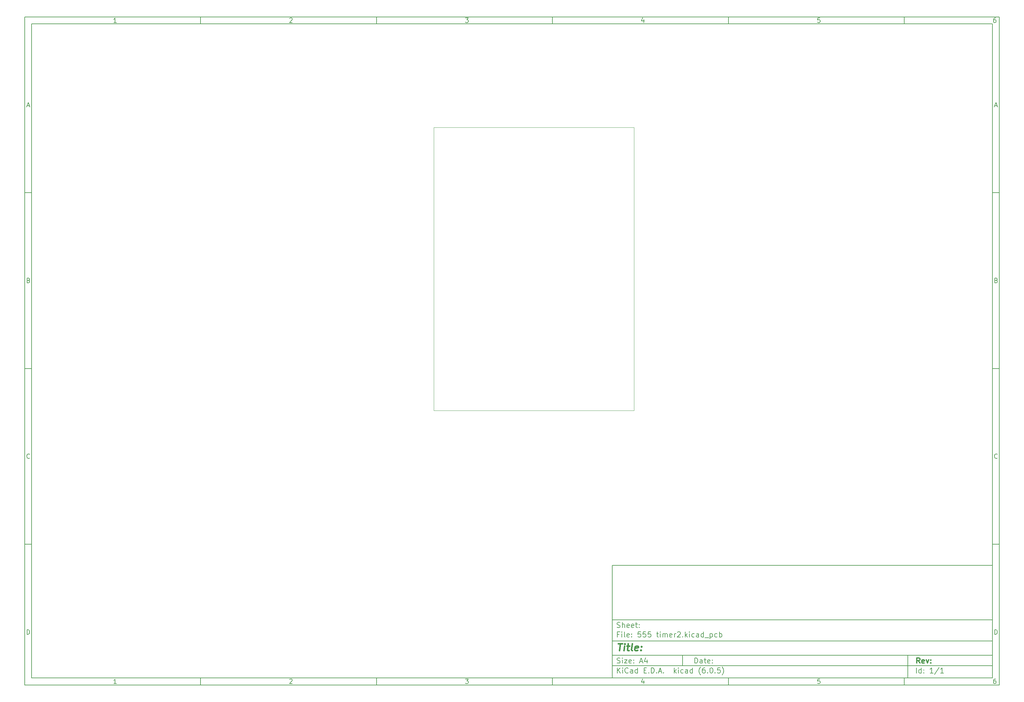
<source format=gtp>
%TF.GenerationSoftware,KiCad,Pcbnew,(6.0.5)*%
%TF.CreationDate,2022-07-10T15:06:13+05:30*%
%TF.ProjectId,555 timer2,35353520-7469-46d6-9572-322e6b696361,rev?*%
%TF.SameCoordinates,Original*%
%TF.FileFunction,Paste,Top*%
%TF.FilePolarity,Positive*%
%FSLAX46Y46*%
G04 Gerber Fmt 4.6, Leading zero omitted, Abs format (unit mm)*
G04 Created by KiCad (PCBNEW (6.0.5)) date 2022-07-10 15:06:13*
%MOMM*%
%LPD*%
G01*
G04 APERTURE LIST*
%ADD10C,0.100000*%
%ADD11C,0.150000*%
%ADD12C,0.300000*%
%ADD13C,0.400000*%
%TA.AperFunction,Profile*%
%ADD14C,0.100000*%
%TD*%
G04 APERTURE END LIST*
D10*
D11*
X177002200Y-166007200D02*
X177002200Y-198007200D01*
X285002200Y-198007200D01*
X285002200Y-166007200D01*
X177002200Y-166007200D01*
D10*
D11*
X10000000Y-10000000D02*
X10000000Y-200007200D01*
X287002200Y-200007200D01*
X287002200Y-10000000D01*
X10000000Y-10000000D01*
D10*
D11*
X12000000Y-12000000D02*
X12000000Y-198007200D01*
X285002200Y-198007200D01*
X285002200Y-12000000D01*
X12000000Y-12000000D01*
D10*
D11*
X60000000Y-12000000D02*
X60000000Y-10000000D01*
D10*
D11*
X110000000Y-12000000D02*
X110000000Y-10000000D01*
D10*
D11*
X160000000Y-12000000D02*
X160000000Y-10000000D01*
D10*
D11*
X210000000Y-12000000D02*
X210000000Y-10000000D01*
D10*
D11*
X260000000Y-12000000D02*
X260000000Y-10000000D01*
D10*
D11*
X36065476Y-11588095D02*
X35322619Y-11588095D01*
X35694047Y-11588095D02*
X35694047Y-10288095D01*
X35570238Y-10473809D01*
X35446428Y-10597619D01*
X35322619Y-10659523D01*
D10*
D11*
X85322619Y-10411904D02*
X85384523Y-10350000D01*
X85508333Y-10288095D01*
X85817857Y-10288095D01*
X85941666Y-10350000D01*
X86003571Y-10411904D01*
X86065476Y-10535714D01*
X86065476Y-10659523D01*
X86003571Y-10845238D01*
X85260714Y-11588095D01*
X86065476Y-11588095D01*
D10*
D11*
X135260714Y-10288095D02*
X136065476Y-10288095D01*
X135632142Y-10783333D01*
X135817857Y-10783333D01*
X135941666Y-10845238D01*
X136003571Y-10907142D01*
X136065476Y-11030952D01*
X136065476Y-11340476D01*
X136003571Y-11464285D01*
X135941666Y-11526190D01*
X135817857Y-11588095D01*
X135446428Y-11588095D01*
X135322619Y-11526190D01*
X135260714Y-11464285D01*
D10*
D11*
X185941666Y-10721428D02*
X185941666Y-11588095D01*
X185632142Y-10226190D02*
X185322619Y-11154761D01*
X186127380Y-11154761D01*
D10*
D11*
X236003571Y-10288095D02*
X235384523Y-10288095D01*
X235322619Y-10907142D01*
X235384523Y-10845238D01*
X235508333Y-10783333D01*
X235817857Y-10783333D01*
X235941666Y-10845238D01*
X236003571Y-10907142D01*
X236065476Y-11030952D01*
X236065476Y-11340476D01*
X236003571Y-11464285D01*
X235941666Y-11526190D01*
X235817857Y-11588095D01*
X235508333Y-11588095D01*
X235384523Y-11526190D01*
X235322619Y-11464285D01*
D10*
D11*
X285941666Y-10288095D02*
X285694047Y-10288095D01*
X285570238Y-10350000D01*
X285508333Y-10411904D01*
X285384523Y-10597619D01*
X285322619Y-10845238D01*
X285322619Y-11340476D01*
X285384523Y-11464285D01*
X285446428Y-11526190D01*
X285570238Y-11588095D01*
X285817857Y-11588095D01*
X285941666Y-11526190D01*
X286003571Y-11464285D01*
X286065476Y-11340476D01*
X286065476Y-11030952D01*
X286003571Y-10907142D01*
X285941666Y-10845238D01*
X285817857Y-10783333D01*
X285570238Y-10783333D01*
X285446428Y-10845238D01*
X285384523Y-10907142D01*
X285322619Y-11030952D01*
D10*
D11*
X60000000Y-198007200D02*
X60000000Y-200007200D01*
D10*
D11*
X110000000Y-198007200D02*
X110000000Y-200007200D01*
D10*
D11*
X160000000Y-198007200D02*
X160000000Y-200007200D01*
D10*
D11*
X210000000Y-198007200D02*
X210000000Y-200007200D01*
D10*
D11*
X260000000Y-198007200D02*
X260000000Y-200007200D01*
D10*
D11*
X36065476Y-199595295D02*
X35322619Y-199595295D01*
X35694047Y-199595295D02*
X35694047Y-198295295D01*
X35570238Y-198481009D01*
X35446428Y-198604819D01*
X35322619Y-198666723D01*
D10*
D11*
X85322619Y-198419104D02*
X85384523Y-198357200D01*
X85508333Y-198295295D01*
X85817857Y-198295295D01*
X85941666Y-198357200D01*
X86003571Y-198419104D01*
X86065476Y-198542914D01*
X86065476Y-198666723D01*
X86003571Y-198852438D01*
X85260714Y-199595295D01*
X86065476Y-199595295D01*
D10*
D11*
X135260714Y-198295295D02*
X136065476Y-198295295D01*
X135632142Y-198790533D01*
X135817857Y-198790533D01*
X135941666Y-198852438D01*
X136003571Y-198914342D01*
X136065476Y-199038152D01*
X136065476Y-199347676D01*
X136003571Y-199471485D01*
X135941666Y-199533390D01*
X135817857Y-199595295D01*
X135446428Y-199595295D01*
X135322619Y-199533390D01*
X135260714Y-199471485D01*
D10*
D11*
X185941666Y-198728628D02*
X185941666Y-199595295D01*
X185632142Y-198233390D02*
X185322619Y-199161961D01*
X186127380Y-199161961D01*
D10*
D11*
X236003571Y-198295295D02*
X235384523Y-198295295D01*
X235322619Y-198914342D01*
X235384523Y-198852438D01*
X235508333Y-198790533D01*
X235817857Y-198790533D01*
X235941666Y-198852438D01*
X236003571Y-198914342D01*
X236065476Y-199038152D01*
X236065476Y-199347676D01*
X236003571Y-199471485D01*
X235941666Y-199533390D01*
X235817857Y-199595295D01*
X235508333Y-199595295D01*
X235384523Y-199533390D01*
X235322619Y-199471485D01*
D10*
D11*
X285941666Y-198295295D02*
X285694047Y-198295295D01*
X285570238Y-198357200D01*
X285508333Y-198419104D01*
X285384523Y-198604819D01*
X285322619Y-198852438D01*
X285322619Y-199347676D01*
X285384523Y-199471485D01*
X285446428Y-199533390D01*
X285570238Y-199595295D01*
X285817857Y-199595295D01*
X285941666Y-199533390D01*
X286003571Y-199471485D01*
X286065476Y-199347676D01*
X286065476Y-199038152D01*
X286003571Y-198914342D01*
X285941666Y-198852438D01*
X285817857Y-198790533D01*
X285570238Y-198790533D01*
X285446428Y-198852438D01*
X285384523Y-198914342D01*
X285322619Y-199038152D01*
D10*
D11*
X10000000Y-60000000D02*
X12000000Y-60000000D01*
D10*
D11*
X10000000Y-110000000D02*
X12000000Y-110000000D01*
D10*
D11*
X10000000Y-160000000D02*
X12000000Y-160000000D01*
D10*
D11*
X10690476Y-35216666D02*
X11309523Y-35216666D01*
X10566666Y-35588095D02*
X11000000Y-34288095D01*
X11433333Y-35588095D01*
D10*
D11*
X11092857Y-84907142D02*
X11278571Y-84969047D01*
X11340476Y-85030952D01*
X11402380Y-85154761D01*
X11402380Y-85340476D01*
X11340476Y-85464285D01*
X11278571Y-85526190D01*
X11154761Y-85588095D01*
X10659523Y-85588095D01*
X10659523Y-84288095D01*
X11092857Y-84288095D01*
X11216666Y-84350000D01*
X11278571Y-84411904D01*
X11340476Y-84535714D01*
X11340476Y-84659523D01*
X11278571Y-84783333D01*
X11216666Y-84845238D01*
X11092857Y-84907142D01*
X10659523Y-84907142D01*
D10*
D11*
X11402380Y-135464285D02*
X11340476Y-135526190D01*
X11154761Y-135588095D01*
X11030952Y-135588095D01*
X10845238Y-135526190D01*
X10721428Y-135402380D01*
X10659523Y-135278571D01*
X10597619Y-135030952D01*
X10597619Y-134845238D01*
X10659523Y-134597619D01*
X10721428Y-134473809D01*
X10845238Y-134350000D01*
X11030952Y-134288095D01*
X11154761Y-134288095D01*
X11340476Y-134350000D01*
X11402380Y-134411904D01*
D10*
D11*
X10659523Y-185588095D02*
X10659523Y-184288095D01*
X10969047Y-184288095D01*
X11154761Y-184350000D01*
X11278571Y-184473809D01*
X11340476Y-184597619D01*
X11402380Y-184845238D01*
X11402380Y-185030952D01*
X11340476Y-185278571D01*
X11278571Y-185402380D01*
X11154761Y-185526190D01*
X10969047Y-185588095D01*
X10659523Y-185588095D01*
D10*
D11*
X287002200Y-60000000D02*
X285002200Y-60000000D01*
D10*
D11*
X287002200Y-110000000D02*
X285002200Y-110000000D01*
D10*
D11*
X287002200Y-160000000D02*
X285002200Y-160000000D01*
D10*
D11*
X285692676Y-35216666D02*
X286311723Y-35216666D01*
X285568866Y-35588095D02*
X286002200Y-34288095D01*
X286435533Y-35588095D01*
D10*
D11*
X286095057Y-84907142D02*
X286280771Y-84969047D01*
X286342676Y-85030952D01*
X286404580Y-85154761D01*
X286404580Y-85340476D01*
X286342676Y-85464285D01*
X286280771Y-85526190D01*
X286156961Y-85588095D01*
X285661723Y-85588095D01*
X285661723Y-84288095D01*
X286095057Y-84288095D01*
X286218866Y-84350000D01*
X286280771Y-84411904D01*
X286342676Y-84535714D01*
X286342676Y-84659523D01*
X286280771Y-84783333D01*
X286218866Y-84845238D01*
X286095057Y-84907142D01*
X285661723Y-84907142D01*
D10*
D11*
X286404580Y-135464285D02*
X286342676Y-135526190D01*
X286156961Y-135588095D01*
X286033152Y-135588095D01*
X285847438Y-135526190D01*
X285723628Y-135402380D01*
X285661723Y-135278571D01*
X285599819Y-135030952D01*
X285599819Y-134845238D01*
X285661723Y-134597619D01*
X285723628Y-134473809D01*
X285847438Y-134350000D01*
X286033152Y-134288095D01*
X286156961Y-134288095D01*
X286342676Y-134350000D01*
X286404580Y-134411904D01*
D10*
D11*
X285661723Y-185588095D02*
X285661723Y-184288095D01*
X285971247Y-184288095D01*
X286156961Y-184350000D01*
X286280771Y-184473809D01*
X286342676Y-184597619D01*
X286404580Y-184845238D01*
X286404580Y-185030952D01*
X286342676Y-185278571D01*
X286280771Y-185402380D01*
X286156961Y-185526190D01*
X285971247Y-185588095D01*
X285661723Y-185588095D01*
D10*
D11*
X200434342Y-193785771D02*
X200434342Y-192285771D01*
X200791485Y-192285771D01*
X201005771Y-192357200D01*
X201148628Y-192500057D01*
X201220057Y-192642914D01*
X201291485Y-192928628D01*
X201291485Y-193142914D01*
X201220057Y-193428628D01*
X201148628Y-193571485D01*
X201005771Y-193714342D01*
X200791485Y-193785771D01*
X200434342Y-193785771D01*
X202577200Y-193785771D02*
X202577200Y-193000057D01*
X202505771Y-192857200D01*
X202362914Y-192785771D01*
X202077200Y-192785771D01*
X201934342Y-192857200D01*
X202577200Y-193714342D02*
X202434342Y-193785771D01*
X202077200Y-193785771D01*
X201934342Y-193714342D01*
X201862914Y-193571485D01*
X201862914Y-193428628D01*
X201934342Y-193285771D01*
X202077200Y-193214342D01*
X202434342Y-193214342D01*
X202577200Y-193142914D01*
X203077200Y-192785771D02*
X203648628Y-192785771D01*
X203291485Y-192285771D02*
X203291485Y-193571485D01*
X203362914Y-193714342D01*
X203505771Y-193785771D01*
X203648628Y-193785771D01*
X204720057Y-193714342D02*
X204577200Y-193785771D01*
X204291485Y-193785771D01*
X204148628Y-193714342D01*
X204077200Y-193571485D01*
X204077200Y-193000057D01*
X204148628Y-192857200D01*
X204291485Y-192785771D01*
X204577200Y-192785771D01*
X204720057Y-192857200D01*
X204791485Y-193000057D01*
X204791485Y-193142914D01*
X204077200Y-193285771D01*
X205434342Y-193642914D02*
X205505771Y-193714342D01*
X205434342Y-193785771D01*
X205362914Y-193714342D01*
X205434342Y-193642914D01*
X205434342Y-193785771D01*
X205434342Y-192857200D02*
X205505771Y-192928628D01*
X205434342Y-193000057D01*
X205362914Y-192928628D01*
X205434342Y-192857200D01*
X205434342Y-193000057D01*
D10*
D11*
X177002200Y-194507200D02*
X285002200Y-194507200D01*
D10*
D11*
X178434342Y-196585771D02*
X178434342Y-195085771D01*
X179291485Y-196585771D02*
X178648628Y-195728628D01*
X179291485Y-195085771D02*
X178434342Y-195942914D01*
X179934342Y-196585771D02*
X179934342Y-195585771D01*
X179934342Y-195085771D02*
X179862914Y-195157200D01*
X179934342Y-195228628D01*
X180005771Y-195157200D01*
X179934342Y-195085771D01*
X179934342Y-195228628D01*
X181505771Y-196442914D02*
X181434342Y-196514342D01*
X181220057Y-196585771D01*
X181077200Y-196585771D01*
X180862914Y-196514342D01*
X180720057Y-196371485D01*
X180648628Y-196228628D01*
X180577200Y-195942914D01*
X180577200Y-195728628D01*
X180648628Y-195442914D01*
X180720057Y-195300057D01*
X180862914Y-195157200D01*
X181077200Y-195085771D01*
X181220057Y-195085771D01*
X181434342Y-195157200D01*
X181505771Y-195228628D01*
X182791485Y-196585771D02*
X182791485Y-195800057D01*
X182720057Y-195657200D01*
X182577200Y-195585771D01*
X182291485Y-195585771D01*
X182148628Y-195657200D01*
X182791485Y-196514342D02*
X182648628Y-196585771D01*
X182291485Y-196585771D01*
X182148628Y-196514342D01*
X182077200Y-196371485D01*
X182077200Y-196228628D01*
X182148628Y-196085771D01*
X182291485Y-196014342D01*
X182648628Y-196014342D01*
X182791485Y-195942914D01*
X184148628Y-196585771D02*
X184148628Y-195085771D01*
X184148628Y-196514342D02*
X184005771Y-196585771D01*
X183720057Y-196585771D01*
X183577200Y-196514342D01*
X183505771Y-196442914D01*
X183434342Y-196300057D01*
X183434342Y-195871485D01*
X183505771Y-195728628D01*
X183577200Y-195657200D01*
X183720057Y-195585771D01*
X184005771Y-195585771D01*
X184148628Y-195657200D01*
X186005771Y-195800057D02*
X186505771Y-195800057D01*
X186720057Y-196585771D02*
X186005771Y-196585771D01*
X186005771Y-195085771D01*
X186720057Y-195085771D01*
X187362914Y-196442914D02*
X187434342Y-196514342D01*
X187362914Y-196585771D01*
X187291485Y-196514342D01*
X187362914Y-196442914D01*
X187362914Y-196585771D01*
X188077200Y-196585771D02*
X188077200Y-195085771D01*
X188434342Y-195085771D01*
X188648628Y-195157200D01*
X188791485Y-195300057D01*
X188862914Y-195442914D01*
X188934342Y-195728628D01*
X188934342Y-195942914D01*
X188862914Y-196228628D01*
X188791485Y-196371485D01*
X188648628Y-196514342D01*
X188434342Y-196585771D01*
X188077200Y-196585771D01*
X189577200Y-196442914D02*
X189648628Y-196514342D01*
X189577200Y-196585771D01*
X189505771Y-196514342D01*
X189577200Y-196442914D01*
X189577200Y-196585771D01*
X190220057Y-196157200D02*
X190934342Y-196157200D01*
X190077200Y-196585771D02*
X190577200Y-195085771D01*
X191077200Y-196585771D01*
X191577200Y-196442914D02*
X191648628Y-196514342D01*
X191577200Y-196585771D01*
X191505771Y-196514342D01*
X191577200Y-196442914D01*
X191577200Y-196585771D01*
X194577200Y-196585771D02*
X194577200Y-195085771D01*
X194720057Y-196014342D02*
X195148628Y-196585771D01*
X195148628Y-195585771D02*
X194577200Y-196157200D01*
X195791485Y-196585771D02*
X195791485Y-195585771D01*
X195791485Y-195085771D02*
X195720057Y-195157200D01*
X195791485Y-195228628D01*
X195862914Y-195157200D01*
X195791485Y-195085771D01*
X195791485Y-195228628D01*
X197148628Y-196514342D02*
X197005771Y-196585771D01*
X196720057Y-196585771D01*
X196577200Y-196514342D01*
X196505771Y-196442914D01*
X196434342Y-196300057D01*
X196434342Y-195871485D01*
X196505771Y-195728628D01*
X196577200Y-195657200D01*
X196720057Y-195585771D01*
X197005771Y-195585771D01*
X197148628Y-195657200D01*
X198434342Y-196585771D02*
X198434342Y-195800057D01*
X198362914Y-195657200D01*
X198220057Y-195585771D01*
X197934342Y-195585771D01*
X197791485Y-195657200D01*
X198434342Y-196514342D02*
X198291485Y-196585771D01*
X197934342Y-196585771D01*
X197791485Y-196514342D01*
X197720057Y-196371485D01*
X197720057Y-196228628D01*
X197791485Y-196085771D01*
X197934342Y-196014342D01*
X198291485Y-196014342D01*
X198434342Y-195942914D01*
X199791485Y-196585771D02*
X199791485Y-195085771D01*
X199791485Y-196514342D02*
X199648628Y-196585771D01*
X199362914Y-196585771D01*
X199220057Y-196514342D01*
X199148628Y-196442914D01*
X199077200Y-196300057D01*
X199077200Y-195871485D01*
X199148628Y-195728628D01*
X199220057Y-195657200D01*
X199362914Y-195585771D01*
X199648628Y-195585771D01*
X199791485Y-195657200D01*
X202077200Y-197157200D02*
X202005771Y-197085771D01*
X201862914Y-196871485D01*
X201791485Y-196728628D01*
X201720057Y-196514342D01*
X201648628Y-196157200D01*
X201648628Y-195871485D01*
X201720057Y-195514342D01*
X201791485Y-195300057D01*
X201862914Y-195157200D01*
X202005771Y-194942914D01*
X202077200Y-194871485D01*
X203291485Y-195085771D02*
X203005771Y-195085771D01*
X202862914Y-195157200D01*
X202791485Y-195228628D01*
X202648628Y-195442914D01*
X202577200Y-195728628D01*
X202577200Y-196300057D01*
X202648628Y-196442914D01*
X202720057Y-196514342D01*
X202862914Y-196585771D01*
X203148628Y-196585771D01*
X203291485Y-196514342D01*
X203362914Y-196442914D01*
X203434342Y-196300057D01*
X203434342Y-195942914D01*
X203362914Y-195800057D01*
X203291485Y-195728628D01*
X203148628Y-195657200D01*
X202862914Y-195657200D01*
X202720057Y-195728628D01*
X202648628Y-195800057D01*
X202577200Y-195942914D01*
X204077200Y-196442914D02*
X204148628Y-196514342D01*
X204077200Y-196585771D01*
X204005771Y-196514342D01*
X204077200Y-196442914D01*
X204077200Y-196585771D01*
X205077200Y-195085771D02*
X205220057Y-195085771D01*
X205362914Y-195157200D01*
X205434342Y-195228628D01*
X205505771Y-195371485D01*
X205577200Y-195657200D01*
X205577200Y-196014342D01*
X205505771Y-196300057D01*
X205434342Y-196442914D01*
X205362914Y-196514342D01*
X205220057Y-196585771D01*
X205077200Y-196585771D01*
X204934342Y-196514342D01*
X204862914Y-196442914D01*
X204791485Y-196300057D01*
X204720057Y-196014342D01*
X204720057Y-195657200D01*
X204791485Y-195371485D01*
X204862914Y-195228628D01*
X204934342Y-195157200D01*
X205077200Y-195085771D01*
X206220057Y-196442914D02*
X206291485Y-196514342D01*
X206220057Y-196585771D01*
X206148628Y-196514342D01*
X206220057Y-196442914D01*
X206220057Y-196585771D01*
X207648628Y-195085771D02*
X206934342Y-195085771D01*
X206862914Y-195800057D01*
X206934342Y-195728628D01*
X207077200Y-195657200D01*
X207434342Y-195657200D01*
X207577200Y-195728628D01*
X207648628Y-195800057D01*
X207720057Y-195942914D01*
X207720057Y-196300057D01*
X207648628Y-196442914D01*
X207577200Y-196514342D01*
X207434342Y-196585771D01*
X207077200Y-196585771D01*
X206934342Y-196514342D01*
X206862914Y-196442914D01*
X208220057Y-197157200D02*
X208291485Y-197085771D01*
X208434342Y-196871485D01*
X208505771Y-196728628D01*
X208577200Y-196514342D01*
X208648628Y-196157200D01*
X208648628Y-195871485D01*
X208577200Y-195514342D01*
X208505771Y-195300057D01*
X208434342Y-195157200D01*
X208291485Y-194942914D01*
X208220057Y-194871485D01*
D10*
D11*
X177002200Y-191507200D02*
X285002200Y-191507200D01*
D10*
D12*
X264411485Y-193785771D02*
X263911485Y-193071485D01*
X263554342Y-193785771D02*
X263554342Y-192285771D01*
X264125771Y-192285771D01*
X264268628Y-192357200D01*
X264340057Y-192428628D01*
X264411485Y-192571485D01*
X264411485Y-192785771D01*
X264340057Y-192928628D01*
X264268628Y-193000057D01*
X264125771Y-193071485D01*
X263554342Y-193071485D01*
X265625771Y-193714342D02*
X265482914Y-193785771D01*
X265197200Y-193785771D01*
X265054342Y-193714342D01*
X264982914Y-193571485D01*
X264982914Y-193000057D01*
X265054342Y-192857200D01*
X265197200Y-192785771D01*
X265482914Y-192785771D01*
X265625771Y-192857200D01*
X265697200Y-193000057D01*
X265697200Y-193142914D01*
X264982914Y-193285771D01*
X266197200Y-192785771D02*
X266554342Y-193785771D01*
X266911485Y-192785771D01*
X267482914Y-193642914D02*
X267554342Y-193714342D01*
X267482914Y-193785771D01*
X267411485Y-193714342D01*
X267482914Y-193642914D01*
X267482914Y-193785771D01*
X267482914Y-192857200D02*
X267554342Y-192928628D01*
X267482914Y-193000057D01*
X267411485Y-192928628D01*
X267482914Y-192857200D01*
X267482914Y-193000057D01*
D10*
D11*
X178362914Y-193714342D02*
X178577200Y-193785771D01*
X178934342Y-193785771D01*
X179077200Y-193714342D01*
X179148628Y-193642914D01*
X179220057Y-193500057D01*
X179220057Y-193357200D01*
X179148628Y-193214342D01*
X179077200Y-193142914D01*
X178934342Y-193071485D01*
X178648628Y-193000057D01*
X178505771Y-192928628D01*
X178434342Y-192857200D01*
X178362914Y-192714342D01*
X178362914Y-192571485D01*
X178434342Y-192428628D01*
X178505771Y-192357200D01*
X178648628Y-192285771D01*
X179005771Y-192285771D01*
X179220057Y-192357200D01*
X179862914Y-193785771D02*
X179862914Y-192785771D01*
X179862914Y-192285771D02*
X179791485Y-192357200D01*
X179862914Y-192428628D01*
X179934342Y-192357200D01*
X179862914Y-192285771D01*
X179862914Y-192428628D01*
X180434342Y-192785771D02*
X181220057Y-192785771D01*
X180434342Y-193785771D01*
X181220057Y-193785771D01*
X182362914Y-193714342D02*
X182220057Y-193785771D01*
X181934342Y-193785771D01*
X181791485Y-193714342D01*
X181720057Y-193571485D01*
X181720057Y-193000057D01*
X181791485Y-192857200D01*
X181934342Y-192785771D01*
X182220057Y-192785771D01*
X182362914Y-192857200D01*
X182434342Y-193000057D01*
X182434342Y-193142914D01*
X181720057Y-193285771D01*
X183077200Y-193642914D02*
X183148628Y-193714342D01*
X183077200Y-193785771D01*
X183005771Y-193714342D01*
X183077200Y-193642914D01*
X183077200Y-193785771D01*
X183077200Y-192857200D02*
X183148628Y-192928628D01*
X183077200Y-193000057D01*
X183005771Y-192928628D01*
X183077200Y-192857200D01*
X183077200Y-193000057D01*
X184862914Y-193357200D02*
X185577200Y-193357200D01*
X184720057Y-193785771D02*
X185220057Y-192285771D01*
X185720057Y-193785771D01*
X186862914Y-192785771D02*
X186862914Y-193785771D01*
X186505771Y-192214342D02*
X186148628Y-193285771D01*
X187077200Y-193285771D01*
D10*
D11*
X263434342Y-196585771D02*
X263434342Y-195085771D01*
X264791485Y-196585771D02*
X264791485Y-195085771D01*
X264791485Y-196514342D02*
X264648628Y-196585771D01*
X264362914Y-196585771D01*
X264220057Y-196514342D01*
X264148628Y-196442914D01*
X264077200Y-196300057D01*
X264077200Y-195871485D01*
X264148628Y-195728628D01*
X264220057Y-195657200D01*
X264362914Y-195585771D01*
X264648628Y-195585771D01*
X264791485Y-195657200D01*
X265505771Y-196442914D02*
X265577200Y-196514342D01*
X265505771Y-196585771D01*
X265434342Y-196514342D01*
X265505771Y-196442914D01*
X265505771Y-196585771D01*
X265505771Y-195657200D02*
X265577200Y-195728628D01*
X265505771Y-195800057D01*
X265434342Y-195728628D01*
X265505771Y-195657200D01*
X265505771Y-195800057D01*
X268148628Y-196585771D02*
X267291485Y-196585771D01*
X267720057Y-196585771D02*
X267720057Y-195085771D01*
X267577200Y-195300057D01*
X267434342Y-195442914D01*
X267291485Y-195514342D01*
X269862914Y-195014342D02*
X268577200Y-196942914D01*
X271148628Y-196585771D02*
X270291485Y-196585771D01*
X270720057Y-196585771D02*
X270720057Y-195085771D01*
X270577200Y-195300057D01*
X270434342Y-195442914D01*
X270291485Y-195514342D01*
D10*
D11*
X177002200Y-187507200D02*
X285002200Y-187507200D01*
D10*
D13*
X178714580Y-188211961D02*
X179857438Y-188211961D01*
X179036009Y-190211961D02*
X179286009Y-188211961D01*
X180274104Y-190211961D02*
X180440771Y-188878628D01*
X180524104Y-188211961D02*
X180416961Y-188307200D01*
X180500295Y-188402438D01*
X180607438Y-188307200D01*
X180524104Y-188211961D01*
X180500295Y-188402438D01*
X181107438Y-188878628D02*
X181869342Y-188878628D01*
X181476485Y-188211961D02*
X181262200Y-189926247D01*
X181333628Y-190116723D01*
X181512200Y-190211961D01*
X181702676Y-190211961D01*
X182655057Y-190211961D02*
X182476485Y-190116723D01*
X182405057Y-189926247D01*
X182619342Y-188211961D01*
X184190771Y-190116723D02*
X183988390Y-190211961D01*
X183607438Y-190211961D01*
X183428866Y-190116723D01*
X183357438Y-189926247D01*
X183452676Y-189164342D01*
X183571723Y-188973866D01*
X183774104Y-188878628D01*
X184155057Y-188878628D01*
X184333628Y-188973866D01*
X184405057Y-189164342D01*
X184381247Y-189354819D01*
X183405057Y-189545295D01*
X185155057Y-190021485D02*
X185238390Y-190116723D01*
X185131247Y-190211961D01*
X185047914Y-190116723D01*
X185155057Y-190021485D01*
X185131247Y-190211961D01*
X185286009Y-188973866D02*
X185369342Y-189069104D01*
X185262200Y-189164342D01*
X185178866Y-189069104D01*
X185286009Y-188973866D01*
X185262200Y-189164342D01*
D10*
D11*
X178934342Y-185600057D02*
X178434342Y-185600057D01*
X178434342Y-186385771D02*
X178434342Y-184885771D01*
X179148628Y-184885771D01*
X179720057Y-186385771D02*
X179720057Y-185385771D01*
X179720057Y-184885771D02*
X179648628Y-184957200D01*
X179720057Y-185028628D01*
X179791485Y-184957200D01*
X179720057Y-184885771D01*
X179720057Y-185028628D01*
X180648628Y-186385771D02*
X180505771Y-186314342D01*
X180434342Y-186171485D01*
X180434342Y-184885771D01*
X181791485Y-186314342D02*
X181648628Y-186385771D01*
X181362914Y-186385771D01*
X181220057Y-186314342D01*
X181148628Y-186171485D01*
X181148628Y-185600057D01*
X181220057Y-185457200D01*
X181362914Y-185385771D01*
X181648628Y-185385771D01*
X181791485Y-185457200D01*
X181862914Y-185600057D01*
X181862914Y-185742914D01*
X181148628Y-185885771D01*
X182505771Y-186242914D02*
X182577200Y-186314342D01*
X182505771Y-186385771D01*
X182434342Y-186314342D01*
X182505771Y-186242914D01*
X182505771Y-186385771D01*
X182505771Y-185457200D02*
X182577200Y-185528628D01*
X182505771Y-185600057D01*
X182434342Y-185528628D01*
X182505771Y-185457200D01*
X182505771Y-185600057D01*
X185077200Y-184885771D02*
X184362914Y-184885771D01*
X184291485Y-185600057D01*
X184362914Y-185528628D01*
X184505771Y-185457200D01*
X184862914Y-185457200D01*
X185005771Y-185528628D01*
X185077200Y-185600057D01*
X185148628Y-185742914D01*
X185148628Y-186100057D01*
X185077200Y-186242914D01*
X185005771Y-186314342D01*
X184862914Y-186385771D01*
X184505771Y-186385771D01*
X184362914Y-186314342D01*
X184291485Y-186242914D01*
X186505771Y-184885771D02*
X185791485Y-184885771D01*
X185720057Y-185600057D01*
X185791485Y-185528628D01*
X185934342Y-185457200D01*
X186291485Y-185457200D01*
X186434342Y-185528628D01*
X186505771Y-185600057D01*
X186577200Y-185742914D01*
X186577200Y-186100057D01*
X186505771Y-186242914D01*
X186434342Y-186314342D01*
X186291485Y-186385771D01*
X185934342Y-186385771D01*
X185791485Y-186314342D01*
X185720057Y-186242914D01*
X187934342Y-184885771D02*
X187220057Y-184885771D01*
X187148628Y-185600057D01*
X187220057Y-185528628D01*
X187362914Y-185457200D01*
X187720057Y-185457200D01*
X187862914Y-185528628D01*
X187934342Y-185600057D01*
X188005771Y-185742914D01*
X188005771Y-186100057D01*
X187934342Y-186242914D01*
X187862914Y-186314342D01*
X187720057Y-186385771D01*
X187362914Y-186385771D01*
X187220057Y-186314342D01*
X187148628Y-186242914D01*
X189577200Y-185385771D02*
X190148628Y-185385771D01*
X189791485Y-184885771D02*
X189791485Y-186171485D01*
X189862914Y-186314342D01*
X190005771Y-186385771D01*
X190148628Y-186385771D01*
X190648628Y-186385771D02*
X190648628Y-185385771D01*
X190648628Y-184885771D02*
X190577200Y-184957200D01*
X190648628Y-185028628D01*
X190720057Y-184957200D01*
X190648628Y-184885771D01*
X190648628Y-185028628D01*
X191362914Y-186385771D02*
X191362914Y-185385771D01*
X191362914Y-185528628D02*
X191434342Y-185457200D01*
X191577200Y-185385771D01*
X191791485Y-185385771D01*
X191934342Y-185457200D01*
X192005771Y-185600057D01*
X192005771Y-186385771D01*
X192005771Y-185600057D02*
X192077200Y-185457200D01*
X192220057Y-185385771D01*
X192434342Y-185385771D01*
X192577200Y-185457200D01*
X192648628Y-185600057D01*
X192648628Y-186385771D01*
X193934342Y-186314342D02*
X193791485Y-186385771D01*
X193505771Y-186385771D01*
X193362914Y-186314342D01*
X193291485Y-186171485D01*
X193291485Y-185600057D01*
X193362914Y-185457200D01*
X193505771Y-185385771D01*
X193791485Y-185385771D01*
X193934342Y-185457200D01*
X194005771Y-185600057D01*
X194005771Y-185742914D01*
X193291485Y-185885771D01*
X194648628Y-186385771D02*
X194648628Y-185385771D01*
X194648628Y-185671485D02*
X194720057Y-185528628D01*
X194791485Y-185457200D01*
X194934342Y-185385771D01*
X195077200Y-185385771D01*
X195505771Y-185028628D02*
X195577200Y-184957200D01*
X195720057Y-184885771D01*
X196077200Y-184885771D01*
X196220057Y-184957200D01*
X196291485Y-185028628D01*
X196362914Y-185171485D01*
X196362914Y-185314342D01*
X196291485Y-185528628D01*
X195434342Y-186385771D01*
X196362914Y-186385771D01*
X197005771Y-186242914D02*
X197077200Y-186314342D01*
X197005771Y-186385771D01*
X196934342Y-186314342D01*
X197005771Y-186242914D01*
X197005771Y-186385771D01*
X197720057Y-186385771D02*
X197720057Y-184885771D01*
X197862914Y-185814342D02*
X198291485Y-186385771D01*
X198291485Y-185385771D02*
X197720057Y-185957200D01*
X198934342Y-186385771D02*
X198934342Y-185385771D01*
X198934342Y-184885771D02*
X198862914Y-184957200D01*
X198934342Y-185028628D01*
X199005771Y-184957200D01*
X198934342Y-184885771D01*
X198934342Y-185028628D01*
X200291485Y-186314342D02*
X200148628Y-186385771D01*
X199862914Y-186385771D01*
X199720057Y-186314342D01*
X199648628Y-186242914D01*
X199577200Y-186100057D01*
X199577200Y-185671485D01*
X199648628Y-185528628D01*
X199720057Y-185457200D01*
X199862914Y-185385771D01*
X200148628Y-185385771D01*
X200291485Y-185457200D01*
X201577200Y-186385771D02*
X201577200Y-185600057D01*
X201505771Y-185457200D01*
X201362914Y-185385771D01*
X201077200Y-185385771D01*
X200934342Y-185457200D01*
X201577200Y-186314342D02*
X201434342Y-186385771D01*
X201077200Y-186385771D01*
X200934342Y-186314342D01*
X200862914Y-186171485D01*
X200862914Y-186028628D01*
X200934342Y-185885771D01*
X201077200Y-185814342D01*
X201434342Y-185814342D01*
X201577200Y-185742914D01*
X202934342Y-186385771D02*
X202934342Y-184885771D01*
X202934342Y-186314342D02*
X202791485Y-186385771D01*
X202505771Y-186385771D01*
X202362914Y-186314342D01*
X202291485Y-186242914D01*
X202220057Y-186100057D01*
X202220057Y-185671485D01*
X202291485Y-185528628D01*
X202362914Y-185457200D01*
X202505771Y-185385771D01*
X202791485Y-185385771D01*
X202934342Y-185457200D01*
X203291485Y-186528628D02*
X204434342Y-186528628D01*
X204791485Y-185385771D02*
X204791485Y-186885771D01*
X204791485Y-185457200D02*
X204934342Y-185385771D01*
X205220057Y-185385771D01*
X205362914Y-185457200D01*
X205434342Y-185528628D01*
X205505771Y-185671485D01*
X205505771Y-186100057D01*
X205434342Y-186242914D01*
X205362914Y-186314342D01*
X205220057Y-186385771D01*
X204934342Y-186385771D01*
X204791485Y-186314342D01*
X206791485Y-186314342D02*
X206648628Y-186385771D01*
X206362914Y-186385771D01*
X206220057Y-186314342D01*
X206148628Y-186242914D01*
X206077200Y-186100057D01*
X206077200Y-185671485D01*
X206148628Y-185528628D01*
X206220057Y-185457200D01*
X206362914Y-185385771D01*
X206648628Y-185385771D01*
X206791485Y-185457200D01*
X207434342Y-186385771D02*
X207434342Y-184885771D01*
X207434342Y-185457200D02*
X207577200Y-185385771D01*
X207862914Y-185385771D01*
X208005771Y-185457200D01*
X208077200Y-185528628D01*
X208148628Y-185671485D01*
X208148628Y-186100057D01*
X208077200Y-186242914D01*
X208005771Y-186314342D01*
X207862914Y-186385771D01*
X207577200Y-186385771D01*
X207434342Y-186314342D01*
D10*
D11*
X177002200Y-181507200D02*
X285002200Y-181507200D01*
D10*
D11*
X178362914Y-183614342D02*
X178577200Y-183685771D01*
X178934342Y-183685771D01*
X179077200Y-183614342D01*
X179148628Y-183542914D01*
X179220057Y-183400057D01*
X179220057Y-183257200D01*
X179148628Y-183114342D01*
X179077200Y-183042914D01*
X178934342Y-182971485D01*
X178648628Y-182900057D01*
X178505771Y-182828628D01*
X178434342Y-182757200D01*
X178362914Y-182614342D01*
X178362914Y-182471485D01*
X178434342Y-182328628D01*
X178505771Y-182257200D01*
X178648628Y-182185771D01*
X179005771Y-182185771D01*
X179220057Y-182257200D01*
X179862914Y-183685771D02*
X179862914Y-182185771D01*
X180505771Y-183685771D02*
X180505771Y-182900057D01*
X180434342Y-182757200D01*
X180291485Y-182685771D01*
X180077200Y-182685771D01*
X179934342Y-182757200D01*
X179862914Y-182828628D01*
X181791485Y-183614342D02*
X181648628Y-183685771D01*
X181362914Y-183685771D01*
X181220057Y-183614342D01*
X181148628Y-183471485D01*
X181148628Y-182900057D01*
X181220057Y-182757200D01*
X181362914Y-182685771D01*
X181648628Y-182685771D01*
X181791485Y-182757200D01*
X181862914Y-182900057D01*
X181862914Y-183042914D01*
X181148628Y-183185771D01*
X183077200Y-183614342D02*
X182934342Y-183685771D01*
X182648628Y-183685771D01*
X182505771Y-183614342D01*
X182434342Y-183471485D01*
X182434342Y-182900057D01*
X182505771Y-182757200D01*
X182648628Y-182685771D01*
X182934342Y-182685771D01*
X183077200Y-182757200D01*
X183148628Y-182900057D01*
X183148628Y-183042914D01*
X182434342Y-183185771D01*
X183577200Y-182685771D02*
X184148628Y-182685771D01*
X183791485Y-182185771D02*
X183791485Y-183471485D01*
X183862914Y-183614342D01*
X184005771Y-183685771D01*
X184148628Y-183685771D01*
X184648628Y-183542914D02*
X184720057Y-183614342D01*
X184648628Y-183685771D01*
X184577200Y-183614342D01*
X184648628Y-183542914D01*
X184648628Y-183685771D01*
X184648628Y-182757200D02*
X184720057Y-182828628D01*
X184648628Y-182900057D01*
X184577200Y-182828628D01*
X184648628Y-182757200D01*
X184648628Y-182900057D01*
D10*
D12*
D10*
D11*
D10*
D11*
D10*
D11*
D10*
D11*
D10*
D11*
X197002200Y-191507200D02*
X197002200Y-194507200D01*
D10*
D11*
X261002200Y-191507200D02*
X261002200Y-198007200D01*
D14*
X126238000Y-41402000D02*
X183134000Y-41402000D01*
X126238000Y-121920000D02*
X126238000Y-41402000D01*
X183134000Y-121920000D02*
X126238000Y-121920000D01*
X183134000Y-41402000D02*
X183134000Y-121920000D01*
M02*

</source>
